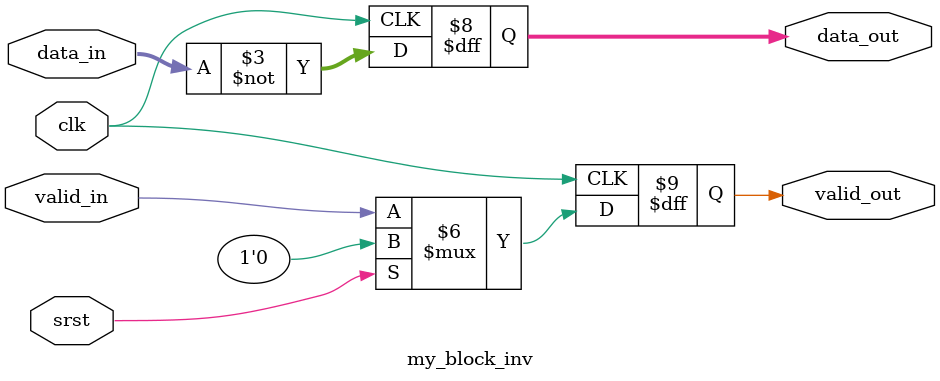
<source format=sv>
module my_block_inv #(
    parameter int WID = 32
) (
    input  logic           clk,
    input  logic           srst = 1'b0,

    input  logic           valid_in,
    input  logic [WID-1:0] data_in,
    
    output logic           valid_out,
    output logic [WID-1:0] data_out
);
    initial valid_out = 1'b0;
    always @(posedge clk) begin
        if (srst) valid_out <= '0;
        else      valid_out <= valid_in;
    end

    always_ff @(posedge clk) data_out <= ~data_in;

endmodule : my_block_inv

</source>
